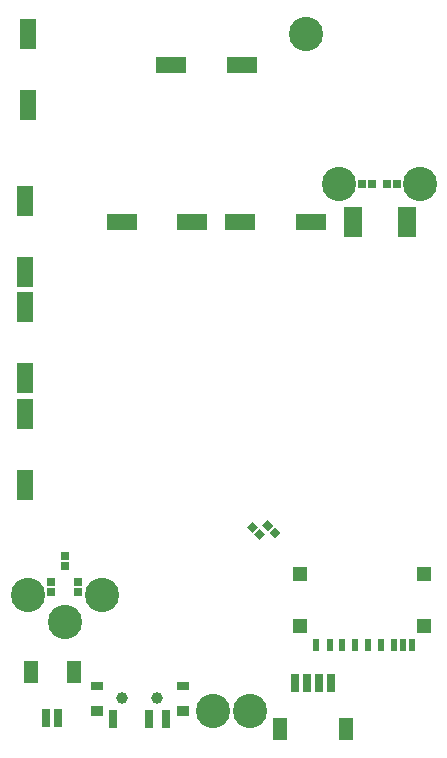
<source format=gbs>
G75*
G70*
%OFA0B0*%
%FSLAX24Y24*%
%IPPOS*%
%LPD*%
%AMOC8*
5,1,8,0,0,1.08239X$1,22.5*
%
%ADD10R,0.0552X0.0985*%
%ADD11R,0.0316X0.0631*%
%ADD12R,0.0434X0.0276*%
%ADD13R,0.0434X0.0355*%
%ADD14C,0.0394*%
%ADD15R,0.0631X0.0985*%
%ADD16R,0.0276X0.0257*%
%ADD17C,0.1140*%
%ADD18R,0.0985X0.0552*%
%ADD19R,0.0237X0.0434*%
%ADD20R,0.0453X0.0512*%
%ADD21R,0.0257X0.0276*%
%ADD22R,0.0276X0.0631*%
%ADD23R,0.0512X0.0749*%
D10*
X002662Y015348D03*
X002662Y017710D03*
X002662Y018888D03*
X002662Y021250D03*
X002662Y022428D03*
X002662Y024790D03*
X002762Y028013D03*
X002762Y030375D03*
D11*
X005606Y007540D03*
X006787Y007540D03*
X007378Y007540D03*
D12*
X007929Y008622D03*
X005055Y008622D03*
D13*
X005055Y007796D03*
X007929Y007796D03*
D14*
X007083Y008229D03*
X005902Y008229D03*
D15*
X013587Y024109D03*
X015398Y024109D03*
D16*
X015070Y025359D03*
X014735Y025359D03*
X014243Y025359D03*
X013908Y025359D03*
G36*
X010781Y013789D02*
X010586Y013984D01*
X010767Y014165D01*
X010962Y013970D01*
X010781Y013789D01*
G37*
G36*
X011018Y013552D02*
X010823Y013747D01*
X011004Y013928D01*
X011199Y013733D01*
X011018Y013552D01*
G37*
G36*
X010498Y013502D02*
X010303Y013697D01*
X010484Y013878D01*
X010679Y013683D01*
X010498Y013502D01*
G37*
G36*
X010261Y013739D02*
X010066Y013934D01*
X010247Y014115D01*
X010442Y013920D01*
X010261Y013739D01*
G37*
D17*
X010171Y007809D03*
X008941Y007809D03*
X005222Y011664D03*
X003992Y010759D03*
X002762Y011664D03*
X013134Y025359D03*
X015834Y025359D03*
X012032Y030349D03*
D18*
X009903Y029319D03*
X007541Y029319D03*
X008253Y024109D03*
X009841Y024109D03*
X012203Y024109D03*
X005891Y024109D03*
D19*
X012386Y009987D03*
X012820Y009987D03*
X013253Y009987D03*
X013686Y009987D03*
X014119Y009987D03*
X014552Y009987D03*
X014985Y009987D03*
X015284Y009987D03*
X015560Y009987D03*
D20*
X015959Y010620D03*
X015959Y012372D03*
X011845Y012372D03*
X011845Y010620D03*
D21*
X004442Y011751D03*
X004442Y012086D03*
X003992Y012621D03*
X003992Y012956D03*
X003542Y012086D03*
X003542Y011751D03*
D22*
X003385Y007553D03*
X003779Y007553D03*
X011682Y008744D03*
X012075Y008744D03*
X012469Y008744D03*
X012863Y008744D03*
D23*
X013375Y007209D03*
X011170Y007209D03*
X004291Y009089D03*
X002874Y009089D03*
M02*

</source>
